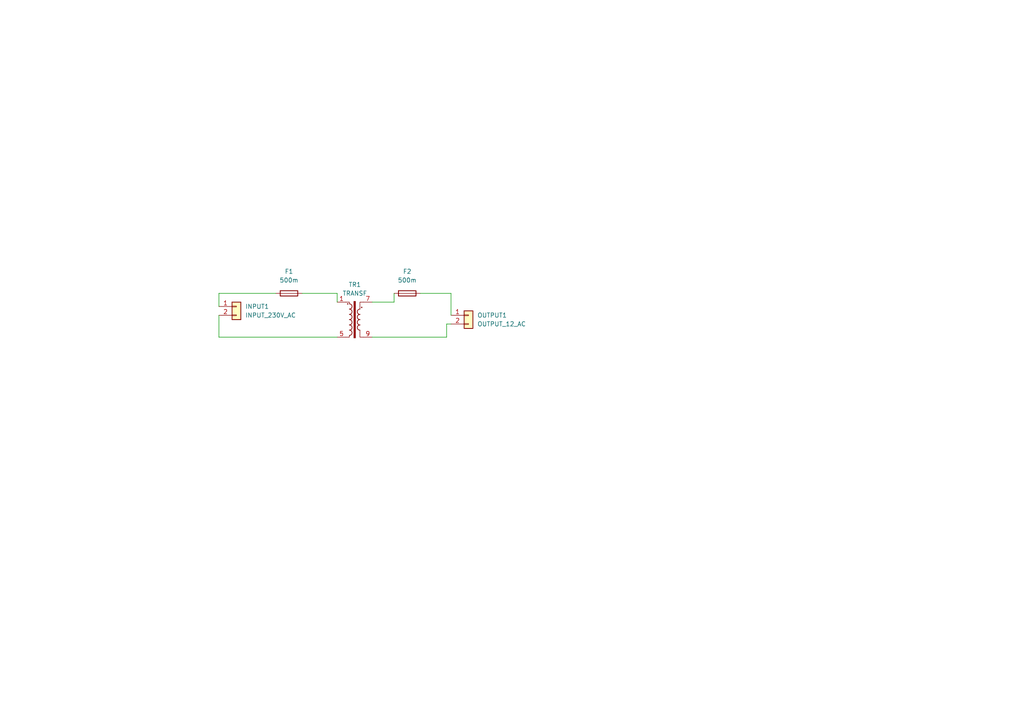
<source format=kicad_sch>
(kicad_sch (version 20231120) (generator "eeschema") (generator_version "8.0")
  (paper "A4")
  (lib_symbols
    (symbol "Connector_Generic:Conn_01x02" (pin_names (offset 1.016) hide)
      (property "Reference" "J" (at 0 2.54 0))
      (property "Value" "Conn_01x02" (at 0 -5.08 0))
      (symbol "Conn_01x02_1_1"
        (rectangle (start -1.27 -2.413) (end 0 -2.667) (stroke (width 0.1524)))
        (rectangle (start -1.27 0.127) (end 0 -0.127) (stroke (width 0.1524)))
        (rectangle (start -1.27 1.27) (end 1.27 -3.81) (stroke (width 0.254)) (fill (type background)))
        (pin passive line (at -5.08 0 0) (length 3.81) (name "Pin_1") (number "1"))
        (pin passive line (at -5.08 -2.54 0) (length 3.81) (name "Pin_2") (number "2"))
      )
    )
    (symbol "Device:Fuse" (pin_numbers hide) (pin_names (offset 0))
      (property "Reference" "F" (at 2.032 0 90))
      (property "Value" "Fuse" (at -1.905 0 90))
      (symbol "Fuse_0_1"
        (rectangle (start -0.762 -2.54) (end 0.762 2.54) (stroke (width 0.254)))
        (polyline (pts (xy 0 2.54) (xy 0 -2.54)))
      )
      (symbol "Fuse_1_1"
        (pin passive line (at 0 3.81 270) (length 1.27) (name "~") (number "1"))
        (pin passive line (at 0 -3.81 90) (length 1.27) (name "~") (number "2"))
      )
    )
    (symbol "Transformer:TEZ6.0-D-1" (pin_names (offset 0.0254))
      (property "Reference" "TR" (at 0 6.35 0))
      (property "Value" "TEZ6.0-D-1" (at 0 -6.35 0))
      (symbol "TEZ6.0-D-1_0_1"
        (circle (center -2.032 4.572) (radius 0.127))
        (arc (start -1.524 -4.572) (mid -0.7653 -3.81) (end -1.524 -3.048) (stroke (width 0.2032)))
        (arc (start -1.524 -3.048) (mid -0.7653 -2.286) (end -1.524 -1.524) (stroke (width 0.2032)))
        (arc (start -1.524 -1.524) (mid -0.7653 -0.762) (end -1.524 0) (stroke (width 0.2032)))
        (arc (start -1.524 0) (mid -0.7653 0.762) (end -1.524 1.524) (stroke (width 0.2032)))
        (arc (start -1.524 1.524) (mid -0.7653 2.286) (end -1.524 3.048) (stroke (width 0.2032)))
        (arc (start -1.524 3.048) (mid -0.7653 3.81) (end -1.524 4.572) (stroke (width 0.2032)))
        (rectangle (start -0.254 5.334) (end 0.254 -5.334) (stroke (width 0.0254)) (fill (type outline)))
        (polyline (pts (xy -1.524 -4.572) (xy -1.524 -5.08) (xy -2.54 -5.08)))
        (polyline (pts (xy -1.524 4.572) (xy -1.524 5.08) (xy -2.54 5.08)))
        (polyline (pts (xy 1.524 3.048) (xy 1.524 5.08) (xy 2.54 5.08) (xy 2.54 5.08)) (stroke (width 0.1524)))
        (polyline (pts (xy 2.54 -5.08) (xy 1.524 -5.08) (xy 1.524 -3.048) (xy 1.524 -3.048)) (stroke (width 0.1524)))
        (arc (start 1.524 -1.524) (mid 0.7653 -2.286) (end 1.524 -3.048) (stroke (width 0.2032)))
        (arc (start 1.524 0) (mid 0.7653 -0.762) (end 1.524 -1.524) (stroke (width 0.2032)))
        (arc (start 1.524 1.524) (mid 0.7653 0.762) (end 1.524 0) (stroke (width 0.2032)))
        (arc (start 1.524 3.048) (mid 0.7653 2.286) (end 1.524 1.524) (stroke (width 0.2032)))
        (circle (center 2.032 3.556) (radius 0.127))
      )
      (symbol "TEZ6.0-D-1_1_1"
        (pin passive line (at -5.08 5.08 0) (length 2.54) (name "~") (number "1"))
        (pin passive line (at -5.08 -5.08 0) (length 2.54) (name "~") (number "5"))
        (pin passive line (at 5.08 5.08 180) (length 2.54) (name "~") (number "7"))
        (pin passive line (at 5.08 -5.08 180) (length 2.54) (name "~") (number "9"))
      )
    )
  )
  (wire (pts (xy 130.81 85.09) (xy 130.81 91.44)))
  (wire (pts (xy 114.3 87.63) (xy 114.3 85.09)))
  (wire (pts (xy 63.5 85.09) (xy 80.01 85.09)))
  (wire (pts (xy 121.92 85.09) (xy 130.81 85.09)))
  (wire (pts (xy 63.5 88.9) (xy 63.5 85.09)))
  (wire (pts (xy 87.63 85.09) (xy 97.79 85.09)))
  (wire (pts (xy 63.5 97.79) (xy 63.5 91.44)))
  (wire (pts (xy 129.54 97.79) (xy 107.95 97.79)))
  (wire (pts (xy 129.54 93.98) (xy 129.54 97.79)))
  (wire (pts (xy 107.95 87.63) (xy 114.3 87.63)))
  (wire (pts (xy 129.54 93.98) (xy 130.81 93.98)))
  (wire (pts (xy 97.79 85.09) (xy 97.79 87.63)))
  (wire (pts (xy 97.79 97.79) (xy 63.5 97.79)))
  (symbol (lib_id "Connector_Generic:Conn_01x02") (at 135.89 91.44 0) (unit 1)
    (property "Reference" "OUTPUT1" (at 138.43 91.4399 0) (effects (justify left)))
    (property "Value" "OUTPUT_12_AC" (at 138.43 93.9799 0) (effects (justify left)))
    (property "Footprint" "TerminalBlock_MetzConnect:TerminalBlock_MetzConnect_Type094_RT03502HBLU_1x02_P5.00mm_Horizontal" (effects (hide yes)))
    (property "Description" "Generic connector, single row, 01x02, script generated (kicad-library-utils/schlib/autogen/connector/)" (effects (hide yes)))
  )
  (symbol (lib_id "Connector_Generic:Conn_01x02") (at 68.58 88.9 0) (unit 1)
    (property "Reference" "INPUT1" (at 71.12 88.8999 0) (effects (justify left)))
    (property "Value" "INPUT_230V_AC" (at 71.12 91.4399 0) (effects (justify left)))
    (property "Footprint" "TerminalBlock_MetzConnect:TerminalBlock_MetzConnect_Type094_RT03502HBLU_1x02_P5.00mm_Horizontal" (effects (hide yes)))
    (property "Description" "Generic connector, single row, 01x02, script generated (kicad-library-utils/schlib/autogen/connector/)" (effects (hide yes)))
  )
  (symbol (lib_id "Device:Fuse") (at 118.11 85.09 270) (unit 1)
    (property "Reference" "F2" (at 118.11 78.74 90))
    (property "Value" "500m" (at 118.11 81.28 90))
    (property "Footprint" "Resistor_THT:R_Axial_Power_L20.0mm_W6.4mm_P22.40mm" (effects (hide yes)))
    (property "Description" "Fuse" (effects (hide yes)))
  )
  (symbol (lib_id "Transformer:TEZ6.0-D-1") (at 102.87 92.71 0) (unit 1)
    (property "Reference" "TR1" (at 102.9081 82.55 0))
    (property "Value" "TRANSF" (at 102.9081 85.09 0))
    (property "Footprint" "Transformer_THT:Transformer_Breve_TEZ-38x45" (effects (hide yes)))
    (property "Datasheet" "http://www.breve.pl/pdf/ANG/TEZ_ang.pdf" (effects (hide yes)))
    (property "Description" "TEZ6.0/D/x, 6VA, Single Secondary, Cast Resin Transformer, PCB" (effects (hide yes)))
  )
  (symbol (lib_id "Device:Fuse") (at 83.82 85.09 270) (unit 1)
    (property "Reference" "F1" (at 83.82 78.74 90))
    (property "Value" "500m" (at 83.82 81.28 90))
    (property "Footprint" "Resistor_THT:R_Axial_Power_L20.0mm_W6.4mm_P22.40mm" (effects (hide yes)))
    (property "Description" "Fuse" (effects (hide yes)))
  )
)
</source>
